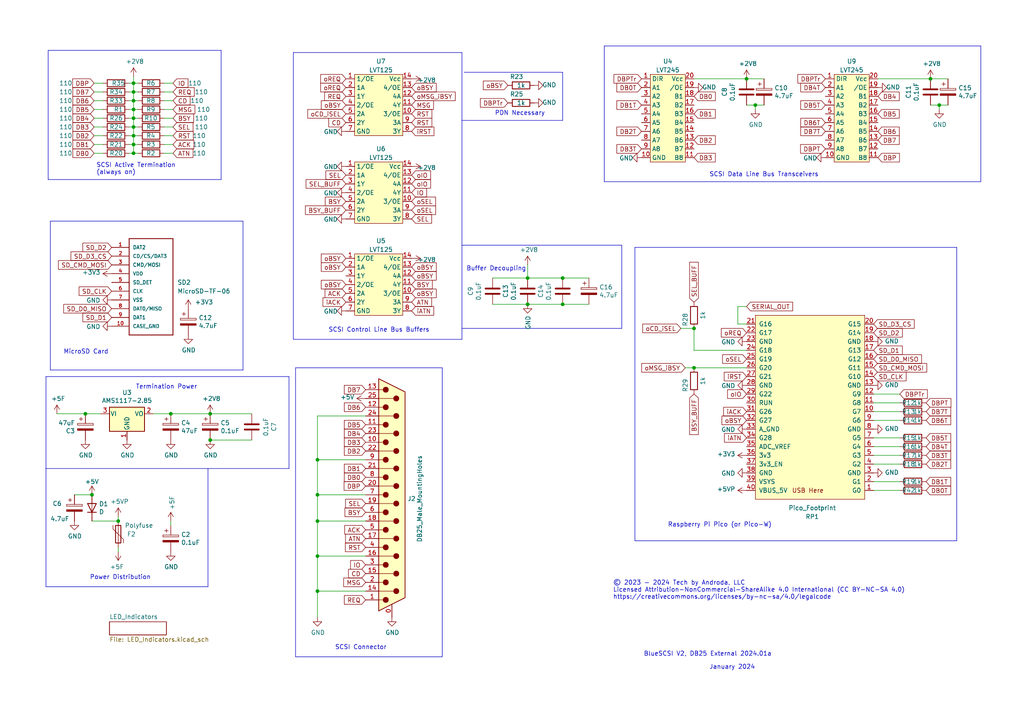
<source format=kicad_sch>
(kicad_sch (version 20230121) (generator eeschema)
  (paper "A4")
  (junction (at 26.67 143.51))
  (junction (at 38.735 41.91))
  (junction (at 38.735 26.67))
  (junction (at 38.735 39.37))
  (junction (at 219.075 30.48))
  (junction (at 153.035 88.265))
  (junction (at 38.735 34.29))
  (junction (at 60.96 127.635))
  (junction (at 34.29 151.13))
  (junction (at 24.765 120.015))
  (junction (at 38.735 44.45))
  (junction (at 92.075 161.29))
  (junction (at 153.035 80.645))
  (junction (at 92.075 171.45))
  (junction (at 201.295 95.25))
  (junction (at 38.735 24.13))
  (junction (at 92.075 133.35))
  (junction (at 216.535 22.86))
  (junction (at 60.96 120.015))
  (junction (at 269.875 22.86))
  (junction (at 49.53 120.015))
  (junction (at 163.195 80.645))
  (junction (at 201.295 106.68))
  (junction (at 38.735 36.83))
  (junction (at 272.415 30.48))
  (junction (at 38.735 31.75))
  (junction (at 92.075 151.13))
  (junction (at 38.735 29.21))
  (junction (at 163.195 88.265))
  (junction (at 92.075 143.51))
  (polyline (pts (xy 70.485 107.315) (xy 70.485 64.135)))
  (wire (pts (xy 198.755 106.68) (xy 201.295 106.68)))
  (wire (pts (xy 216.535 22.86) (xy 201.295 22.86)))
  (wire (pts (xy 106.045 171.45) (xy 92.075 171.45)))
  (wire (pts (xy 38.735 29.21) (xy 38.735 31.75)))
  (wire (pts (xy 163.195 80.645) (xy 170.815 80.645)))
  (wire (pts (xy 92.075 133.35) (xy 92.075 143.51)))
  (wire (pts (xy 272.415 30.48) (xy 272.415 31.75)))
  (wire (pts (xy 37.465 41.91) (xy 38.735 41.91)))
  (wire (pts (xy 38.735 34.29) (xy 40.005 34.29)))
  (wire (pts (xy 38.735 44.45) (xy 40.005 44.45)))
  (wire (pts (xy 92.075 151.13) (xy 92.075 161.29)))
  (wire (pts (xy 47.625 36.83) (xy 50.165 36.83)))
  (wire (pts (xy 269.875 30.48) (xy 272.415 30.48)))
  (wire (pts (xy 216.535 30.48) (xy 219.075 30.48)))
  (polyline (pts (xy 184.15 71.755) (xy 277.495 71.755)))
  (wire (pts (xy 153.035 88.265) (xy 163.195 88.265)))
  (wire (pts (xy 142.875 80.645) (xy 153.035 80.645)))
  (wire (pts (xy 37.465 44.45) (xy 38.735 44.45)))
  (wire (pts (xy 92.075 143.51) (xy 92.075 151.13)))
  (wire (pts (xy 47.625 29.21) (xy 50.165 29.21)))
  (wire (pts (xy 38.735 29.21) (xy 40.005 29.21)))
  (wire (pts (xy 253.365 129.54) (xy 260.985 129.54)))
  (wire (pts (xy 253.365 139.7) (xy 260.985 139.7)))
  (wire (pts (xy 38.735 22.225) (xy 38.735 24.13)))
  (wire (pts (xy 253.365 121.92) (xy 260.985 121.92)))
  (polyline (pts (xy 175.26 13.335) (xy 175.26 52.705)))
  (wire (pts (xy 38.735 31.75) (xy 37.465 31.75)))
  (wire (pts (xy 37.465 39.37) (xy 38.735 39.37)))
  (polyline (pts (xy 128.27 190.5) (xy 85.725 190.5)))
  (wire (pts (xy 37.465 26.67) (xy 38.735 26.67)))
  (wire (pts (xy 38.735 31.75) (xy 38.735 34.29)))
  (wire (pts (xy 92.075 171.45) (xy 92.075 179.07)))
  (wire (pts (xy 38.735 31.75) (xy 40.005 31.75)))
  (polyline (pts (xy 13.335 109.22) (xy 83.82 109.22)))
  (polyline (pts (xy 64.135 52.07) (xy 64.135 14.605)))
  (wire (pts (xy 29.845 41.91) (xy 27.305 41.91)))
  (wire (pts (xy 27.305 34.29) (xy 29.845 34.29)))
  (wire (pts (xy 253.365 132.08) (xy 260.985 132.08)))
  (polyline (pts (xy 133.985 98.425) (xy 85.09 98.425)))
  (polyline (pts (xy 13.335 135.89) (xy 13.335 170.18)))
  (wire (pts (xy 38.735 24.13) (xy 40.005 24.13)))
  (polyline (pts (xy 175.26 13.335) (xy 284.48 13.335)))
  (wire (pts (xy 216.535 101.6) (xy 201.295 101.6)))
  (wire (pts (xy 60.96 127.635) (xy 73.025 127.635)))
  (wire (pts (xy 216.535 22.86) (xy 221.615 22.86)))
  (wire (pts (xy 38.735 39.37) (xy 38.735 41.91)))
  (wire (pts (xy 197.485 95.25) (xy 201.295 95.25)))
  (wire (pts (xy 29.845 26.67) (xy 27.305 26.67)))
  (wire (pts (xy 106.045 161.29) (xy 92.075 161.29)))
  (wire (pts (xy 37.465 36.83) (xy 38.735 36.83)))
  (polyline (pts (xy 184.15 156.845) (xy 277.495 156.845)))
  (wire (pts (xy 60.96 120.015) (xy 73.025 120.015)))
  (wire (pts (xy 219.075 30.48) (xy 219.075 31.75)))
  (wire (pts (xy 216.535 88.9) (xy 213.995 88.9)))
  (wire (pts (xy 201.295 101.6) (xy 201.295 95.25)))
  (wire (pts (xy 49.53 151.13) (xy 49.53 152.4)))
  (wire (pts (xy 50.165 24.13) (xy 47.625 24.13)))
  (wire (pts (xy 47.625 39.37) (xy 50.165 39.37)))
  (wire (pts (xy 34.29 158.75) (xy 34.29 160.02)))
  (polyline (pts (xy 83.82 135.89) (xy 83.82 109.22)))
  (wire (pts (xy 27.305 44.45) (xy 29.845 44.45)))
  (wire (pts (xy 201.295 106.68) (xy 216.535 106.68)))
  (wire (pts (xy 38.735 24.13) (xy 38.735 26.67)))
  (wire (pts (xy 38.735 26.67) (xy 38.735 29.21)))
  (polyline (pts (xy 85.09 15.24) (xy 85.09 98.425)))
  (polyline (pts (xy 133.985 15.24) (xy 133.985 98.425)))
  (wire (pts (xy 106.045 120.65) (xy 92.075 120.65)))
  (polyline (pts (xy 134.62 20.955) (xy 163.195 20.955)))
  (wire (pts (xy 38.735 26.67) (xy 40.005 26.67)))
  (polyline (pts (xy 13.97 52.07) (xy 64.135 52.07)))
  (polyline (pts (xy 85.725 106.68) (xy 128.27 106.68)))
  (polyline (pts (xy 163.195 34.925) (xy 163.195 20.955)))
  (wire (pts (xy 106.045 151.13) (xy 92.075 151.13)))
  (wire (pts (xy 213.995 88.9) (xy 213.995 93.98)))
  (polyline (pts (xy 133.985 34.925) (xy 163.195 34.925)))
  (wire (pts (xy 37.465 24.13) (xy 38.735 24.13)))
  (polyline (pts (xy 85.725 106.68) (xy 85.725 190.5)))
  (wire (pts (xy 106.045 143.51) (xy 92.075 143.51)))
  (wire (pts (xy 49.53 120.015) (xy 60.96 120.015)))
  (polyline (pts (xy 277.495 156.845) (xy 277.495 71.755)))
  (wire (pts (xy 50.165 31.75) (xy 47.625 31.75)))
  (wire (pts (xy 27.305 36.83) (xy 29.845 36.83)))
  (wire (pts (xy 153.035 80.645) (xy 163.195 80.645)))
  (wire (pts (xy 34.29 149.86) (xy 34.29 151.13)))
  (wire (pts (xy 106.045 133.35) (xy 92.075 133.35)))
  (wire (pts (xy 253.365 127) (xy 260.985 127)))
  (wire (pts (xy 37.465 29.21) (xy 38.735 29.21)))
  (wire (pts (xy 26.67 151.13) (xy 34.29 151.13)))
  (polyline (pts (xy 284.48 52.705) (xy 284.48 13.335)))
  (wire (pts (xy 219.075 30.48) (xy 221.615 30.48)))
  (polyline (pts (xy 184.15 71.755) (xy 184.15 156.845)))
  (polyline (pts (xy 13.97 14.605) (xy 13.97 52.07)))
  (polyline (pts (xy 175.26 52.705) (xy 284.48 52.705)))
  (wire (pts (xy 38.735 39.37) (xy 40.005 39.37)))
  (wire (pts (xy 44.45 120.015) (xy 49.53 120.015)))
  (wire (pts (xy 153.035 76.835) (xy 153.035 80.645)))
  (wire (pts (xy 38.735 41.91) (xy 40.005 41.91)))
  (polyline (pts (xy 13.335 109.22) (xy 13.335 135.89)))
  (polyline (pts (xy 13.335 170.18) (xy 60.325 170.18)))
  (wire (pts (xy 253.365 134.62) (xy 260.985 134.62)))
  (polyline (pts (xy 13.97 14.605) (xy 64.135 14.605)))
  (polyline (pts (xy 13.335 135.89) (xy 83.82 135.89)))
  (wire (pts (xy 92.075 161.29) (xy 92.075 171.45)))
  (polyline (pts (xy 60.325 135.89) (xy 60.325 170.18)))
  (wire (pts (xy 92.075 120.65) (xy 92.075 133.35)))
  (wire (pts (xy 29.845 31.75) (xy 27.305 31.75)))
  (wire (pts (xy 50.165 34.29) (xy 47.625 34.29)))
  (wire (pts (xy 24.765 120.015) (xy 29.21 120.015)))
  (wire (pts (xy 47.625 26.67) (xy 50.165 26.67)))
  (wire (pts (xy 253.365 114.3) (xy 260.985 114.3)))
  (wire (pts (xy 29.845 39.37) (xy 27.305 39.37)))
  (wire (pts (xy 38.735 36.83) (xy 38.735 39.37)))
  (wire (pts (xy 253.365 119.38) (xy 260.985 119.38)))
  (wire (pts (xy 253.365 142.24) (xy 260.985 142.24)))
  (wire (pts (xy 29.845 24.13) (xy 27.305 24.13)))
  (wire (pts (xy 163.195 88.265) (xy 170.815 88.265)))
  (wire (pts (xy 38.735 36.83) (xy 40.005 36.83)))
  (wire (pts (xy 38.735 41.91) (xy 38.735 44.45)))
  (wire (pts (xy 47.625 44.45) (xy 50.165 44.45)))
  (wire (pts (xy 50.165 41.91) (xy 47.625 41.91)))
  (wire (pts (xy 213.995 93.98) (xy 216.535 93.98)))
  (wire (pts (xy 253.365 116.84) (xy 260.985 116.84)))
  (polyline (pts (xy 85.09 15.24) (xy 133.985 15.24)))
  (wire (pts (xy 272.415 30.48) (xy 274.955 30.48)))
  (polyline (pts (xy 14.605 64.135) (xy 70.485 64.135)))
  (wire (pts (xy 269.875 22.86) (xy 274.955 22.86)))
  (wire (pts (xy 37.465 34.29) (xy 38.735 34.29)))
  (wire (pts (xy 16.51 120.015) (xy 24.765 120.015)))
  (polyline (pts (xy 128.27 106.68) (xy 128.27 190.5)))
  (polyline (pts (xy 133.985 95.25) (xy 180.34 95.25)))
  (wire (pts (xy 142.875 88.265) (xy 153.035 88.265)))
  (polyline (pts (xy 133.985 71.12) (xy 180.34 71.12)))
  (wire (pts (xy 27.305 29.21) (xy 29.845 29.21)))
  (polyline (pts (xy 14.605 107.315) (xy 70.485 107.315)))
  (wire (pts (xy 38.735 34.29) (xy 38.735 36.83)))
  (wire (pts (xy 21.59 143.51) (xy 26.67 143.51)))
  (polyline (pts (xy 180.34 95.25) (xy 180.34 71.12)))
  (polyline (pts (xy 14.605 64.135) (xy 14.605 107.315)))
  (wire (pts (xy 269.875 22.86) (xy 254.635 22.86)))
  (text "Termination Power" (at 39.37 113.03 0) (effects (font (size 1.27 1.27)) (justify left bottom)))
  (text "Raspberry Pi Pico (or Pico-W)" (at 193.675 153.035 0) (effects (font (size 1.27 1.27)) (justify left bottom)))
  (text "January 2024" (at 205.74 194.31 0) (effects (font (size 1.27 1.27)) (justify left bottom)))
  (text "© 2023 - 2024 Tech by Androda, LLC\nLicensed Attribution-NonCommercial-ShareAlike 4.0 International (CC BY-NC-SA 4.0)\nhttps://creativecommons.org/licenses/by-nc-sa/4.0/legalcode" (at 177.8 173.99 0) (effects (font (size 1.27 1.27)) (justify left bottom)))
  (text "MicroSD Card" (at 18.415 102.87 0) (effects (font (size 1.27 1.27)) (justify left bottom)))
  (text "Power Distribution" (at 26.035 168.275 0) (effects (font (size 1.27 1.27)) (justify left bottom)))
  (text "SCSI Connector" (at 97.155 188.595 0) (effects (font (size 1.27 1.27)) (justify left bottom)))
  (text "SCSI Data Line Bus Transceivers" (at 205.74 51.435 0) (effects (font (size 1.27 1.27)) (justify left bottom)))
  (text "SCSI Control Line Bus Buffers" (at 95.25 96.52 0) (effects (font (size 1.27 1.27)) (justify left bottom)))
  (text "PDN Necessary" (at 143.51 33.655 0) (effects (font (size 1.27 1.27)) (justify left bottom)))
  (text "BlueSCSI V2, DB25 External 2024.01a" (at 186.69 190.5 0) (effects (font (size 1.27 1.27)) (justify left bottom)))
  (text "SCSI Active Termination\n(always on)" (at 27.94 50.8 0) (effects (font (size 1.27 1.27)) (justify left bottom)))
  (text "Buffer Decoupling" (at 135.255 78.74 0) (effects (font (size 1.27 1.27)) (justify left bottom)))
  (global_label "RST" (shape input) (at 50.165 39.37 0) (property "Intersheetrefs" "${INTERSHEET_REFS}" (effects hide)))
  (global_label "MSG" (shape input) (at 119.38 30.48 0) (property "Intersheetrefs" "${INTERSHEET_REFS}" (effects hide)))
  (global_label "DB2" (shape input) (at 106.045 130.81 180) (property "Intersheetrefs" "${INTERSHEET_REFS}" (effects hide)))
  (global_label "SEL" (shape input) (at 50.165 36.83 0) (property "Intersheetrefs" "${INTERSHEET_REFS}" (effects hide)))
  (global_label "SD_D1" (shape input) (at 32.385 92.075 180) (property "Intersheetrefs" "${INTERSHEET_REFS}" (effects hide)))
  (global_label "oBSY" (shape input) (at 119.38 25.4 0) (property "Intersheetrefs" "${INTERSHEET_REFS}" (effects hide)))
  (global_label "DB1" (shape input) (at 27.305 41.91 180) (property "Intersheetrefs" "${INTERSHEET_REFS}" (effects hide)))
  (global_label "SD_CLK" (shape input) (at 32.385 84.455 180) (property "Intersheetrefs" "${INTERSHEET_REFS}" (effects hide)))
  (global_label "ATN" (shape input) (at 106.045 156.21 180) (property "Intersheetrefs" "${INTERSHEET_REFS}" (effects hide)))
  (global_label "DB1" (shape input) (at 106.045 135.89 180) (property "Intersheetrefs" "${INTERSHEET_REFS}" (effects hide)))
  (global_label "oIO" (shape input) (at 119.38 50.8 0) (property "Intersheetrefs" "${INTERSHEET_REFS}" (effects hide)))
  (global_label "DB1" (shape input) (at 201.295 33.02 0) (property "Intersheetrefs" "${INTERSHEET_REFS}" (effects hide)))
  (global_label "DB1T" (shape input) (at 268.605 139.7 0) (property "Intersheetrefs" "${INTERSHEET_REFS}" (effects hide)))
  (global_label "DB2T" (shape input) (at 186.055 38.1 180) (property "Intersheetrefs" "${INTERSHEET_REFS}" (effects hide)))
  (global_label "oIO" (shape input) (at 119.38 53.34 0) (property "Intersheetrefs" "${INTERSHEET_REFS}" (effects hide)))
  (global_label "DBP" (shape input) (at 106.045 140.97 180) (property "Intersheetrefs" "${INTERSHEET_REFS}" (effects hide)))
  (global_label "REQ" (shape input) (at 100.33 27.94 180) (property "Intersheetrefs" "${INTERSHEET_REFS}" (effects hide)))
  (global_label "oIO" (shape input) (at 216.535 114.3 180) (property "Intersheetrefs" "${INTERSHEET_REFS}" (effects hide)))
  (global_label "RST" (shape input) (at 106.045 158.75 180) (property "Intersheetrefs" "${INTERSHEET_REFS}" (effects hide)))
  (global_label "DB7T" (shape input) (at 239.395 38.1 180) (property "Intersheetrefs" "${INTERSHEET_REFS}" (effects hide)))
  (global_label "oBSY" (shape input) (at 119.38 80.01 0) (property "Intersheetrefs" "${INTERSHEET_REFS}" (effects hide)))
  (global_label "DBPTr" (shape input) (at 147.32 29.845 180) (property "Intersheetrefs" "${INTERSHEET_REFS}" (effects hide)))
  (global_label "DB0" (shape input) (at 106.045 138.43 180) (property "Intersheetrefs" "${INTERSHEET_REFS}" (effects hide)))
  (global_label "SEL_BUFF" (shape input) (at 201.295 87.63 90) (property "Intersheetrefs" "${INTERSHEET_REFS}" (effects hide)))
  (global_label "oMSG_iBSY" (shape input) (at 119.38 27.94 0) (property "Intersheetrefs" "${INTERSHEET_REFS}" (effects hide)))
  (global_label "BSY" (shape input) (at 119.38 82.55 0) (property "Intersheetrefs" "${INTERSHEET_REFS}" (effects hide)))
  (global_label "SEL" (shape input) (at 106.045 146.05 180) (property "Intersheetrefs" "${INTERSHEET_REFS}" (effects hide)))
  (global_label "oCD_iSEL" (shape input) (at 100.33 33.02 180) (property "Intersheetrefs" "${INTERSHEET_REFS}" (effects hide)))
  (global_label "ACK" (shape input) (at 100.33 85.09 180) (property "Intersheetrefs" "${INTERSHEET_REFS}" (effects hide)))
  (global_label "DB0" (shape input) (at 27.305 44.45 180) (property "Intersheetrefs" "${INTERSHEET_REFS}" (effects hide)))
  (global_label "oREQ" (shape input) (at 100.33 22.86 180) (property "Intersheetrefs" "${INTERSHEET_REFS}" (effects hide)))
  (global_label "DB6" (shape input) (at 106.045 118.11 180) (property "Intersheetrefs" "${INTERSHEET_REFS}" (effects hide)))
  (global_label "iRST" (shape input) (at 119.38 38.1 0) (property "Intersheetrefs" "${INTERSHEET_REFS}" (effects hide)))
  (global_label "DB3" (shape input) (at 27.305 36.83 180) (property "Intersheetrefs" "${INTERSHEET_REFS}" (effects hide)))
  (global_label "REQ" (shape input) (at 106.045 173.99 180) (property "Intersheetrefs" "${INTERSHEET_REFS}" (effects hide)))
  (global_label "SEL" (shape input) (at 119.38 63.5 0) (property "Intersheetrefs" "${INTERSHEET_REFS}" (effects hide)))
  (global_label "DB4" (shape input) (at 254.635 27.94 0) (property "Intersheetrefs" "${INTERSHEET_REFS}" (effects hide)))
  (global_label "DBP" (shape input) (at 27.305 24.13 180) (property "Intersheetrefs" "${INTERSHEET_REFS}" (effects hide)))
  (global_label "RST" (shape input) (at 119.38 35.56 0) (property "Intersheetrefs" "${INTERSHEET_REFS}" (effects hide)))
  (global_label "oBSY" (shape input) (at 100.33 82.55 180) (property "Intersheetrefs" "${INTERSHEET_REFS}" (effects hide)))
  (global_label "oBSY" (shape input) (at 100.33 74.93 180) (property "Intersheetrefs" "${INTERSHEET_REFS}" (effects hide)))
  (global_label "DBPTr" (shape input) (at 186.055 22.86 180) (property "Intersheetrefs" "${INTERSHEET_REFS}" (effects hide)))
  (global_label "oBSY" (shape input) (at 119.38 77.47 0) (property "Intersheetrefs" "${INTERSHEET_REFS}" (effects hide)))
  (global_label "oBSY" (shape input) (at 100.33 77.47 180) (property "Intersheetrefs" "${INTERSHEET_REFS}" (effects hide)))
  (global_label "IO" (shape input) (at 50.165 24.13 0) (property "Intersheetrefs" "${INTERSHEET_REFS}" (effects hide)))
  (global_label "DB7T" (shape input) (at 268.605 119.38 0) (property "Intersheetrefs" "${INTERSHEET_REFS}" (effects hide)))
  (global_label "SERIAL_OUT" (shape input) (at 216.535 88.9 0) (property "Intersheetrefs" "${INTERSHEET_REFS}" (effects hide)))
  (global_label "RST" (shape input) (at 119.38 33.02 0) (property "Intersheetrefs" "${INTERSHEET_REFS}" (effects hide)))
  (global_label "MSG" (shape input) (at 50.165 31.75 0) (property "Intersheetrefs" "${INTERSHEET_REFS}" (effects hide)))
  (global_label "DB7" (shape input) (at 27.305 26.67 180) (property "Intersheetrefs" "${INTERSHEET_REFS}" (effects hide)))
  (global_label "SD_D0_MISO" (shape input) (at 253.365 104.14 0) (property "Intersheetrefs" "${INTERSHEET_REFS}" (effects hide)))
  (global_label "DB5T" (shape input) (at 239.395 30.48 180) (property "Intersheetrefs" "${INTERSHEET_REFS}" (effects hide)))
  (global_label "DB5" (shape input) (at 254.635 33.02 0) (property "Intersheetrefs" "${INTERSHEET_REFS}" (effects hide)))
  (global_label "oREQ" (shape input) (at 100.33 25.4 180) (property "Intersheetrefs" "${INTERSHEET_REFS}" (effects hide)))
  (global_label "DB2" (shape input) (at 201.295 40.64 0) (property "Intersheetrefs" "${INTERSHEET_REFS}" (effects hide)))
  (global_label "DB5" (shape input) (at 27.305 31.75 180) (property "Intersheetrefs" "${INTERSHEET_REFS}" (effects hide)))
  (global_label "SD_D3_CS" (shape input) (at 253.365 93.98 0) (property "Intersheetrefs" "${INTERSHEET_REFS}" (effects hide)))
  (global_label "oMSG_iBSY" (shape input) (at 198.755 106.68 180) (property "Intersheetrefs" "${INTERSHEET_REFS}" (effects hide)))
  (global_label "BSY" (shape input) (at 100.33 58.42 180) (property "Intersheetrefs" "${INTERSHEET_REFS}" (effects hide)))
  (global_label "SD_CMD_MOSI" (shape input) (at 32.385 76.835 180) (property "Intersheetrefs" "${INTERSHEET_REFS}" (effects hide)))
  (global_label "DB3" (shape input) (at 201.295 45.72 0) (property "Intersheetrefs" "${INTERSHEET_REFS}" (effects hide)))
  (global_label "DB0T" (shape input) (at 186.055 25.4 180) (property "Intersheetrefs" "${INTERSHEET_REFS}" (effects hide)))
  (global_label "DBPTr" (shape input) (at 260.985 114.3 0) (property "Intersheetrefs" "${INTERSHEET_REFS}" (effects hide)))
  (global_label "BSY" (shape input) (at 50.165 34.29 0) (property "Intersheetrefs" "${INTERSHEET_REFS}" (effects hide)))
  (global_label "SD_CMD_MOSI" (shape input) (at 253.365 106.68 0) (property "Intersheetrefs" "${INTERSHEET_REFS}" (effects hide)))
  (global_label "iRST" (shape input) (at 216.535 109.22 180) (property "Intersheetrefs" "${INTERSHEET_REFS}" (effects hide)))
  (global_label "SEL_BUFF" (shape input) (at 100.33 53.34 180) (property "Intersheetrefs" "${INTERSHEET_REFS}" (effects hide)))
  (global_label "oSEL" (shape input) (at 119.38 60.96 0) (property "Intersheetrefs" "${INTERSHEET_REFS}" (effects hide)))
  (global_label "DB6T" (shape input) (at 268.605 121.92 0) (property "Intersheetrefs" "${INTERSHEET_REFS}" (effects hide)))
  (global_label "DB6T" (shape input) (at 239.395 35.56 180) (property "Intersheetrefs" "${INTERSHEET_REFS}" (effects hide)))
  (global_label "iACK" (shape input) (at 100.33 87.63 180) (property "Intersheetrefs" "${INTERSHEET_REFS}" (effects hide)))
  (global_label "iATN" (shape input) (at 216.535 127 180) (property "Intersheetrefs" "${INTERSHEET_REFS}" (effects hide)))
  (global_label "CD" (shape input) (at 100.33 35.56 180) (property "Intersheetrefs" "${INTERSHEET_REFS}" (effects hide)))
  (global_label "SD_D1" (shape input) (at 253.365 101.6 0) (property "Intersheetrefs" "${INTERSHEET_REFS}" (effects hide)))
  (global_label "oSEL" (shape input) (at 216.535 104.14 180) (property "Intersheetrefs" "${INTERSHEET_REFS}" (effects hide)))
  (global_label "CD" (shape input) (at 50.165 29.21 0) (property "Intersheetrefs" "${INTERSHEET_REFS}" (effects hide)))
  (global_label "ACK" (shape input) (at 50.165 41.91 0) (property "Intersheetrefs" "${INTERSHEET_REFS}" (effects hide)))
  (global_label "DB4" (shape input) (at 27.305 34.29 180) (property "Intersheetrefs" "${INTERSHEET_REFS}" (effects hide)))
  (global_label "DB5T" (shape input) (at 268.605 127 0) (property "Intersheetrefs" "${INTERSHEET_REFS}" (effects hide)))
  (global_label "SD_D0_MISO" (shape input) (at 32.385 89.535 180) (property "Intersheetrefs" "${INTERSHEET_REFS}" (effects hide)))
  (global_label "DBPT" (shape input) (at 239.395 43.18 180) (property "Intersheetrefs" "${INTERSHEET_REFS}" (effects hide)))
  (global_label "SD_D2" (shape input) (at 253.365 96.52 0) (property "Intersheetrefs" "${INTERSHEET_REFS}" (effects hide)))
  (global_label "SD_CLK" (shape input) (at 253.365 109.22 0) (property "Intersheetrefs" "${INTERSHEET_REFS}" (effects hide)))
  (global_label "DB2T" (shape input) (at 268.605 134.62 0) (property "Intersheetrefs" "${INTERSHEET_REFS}" (effects hide)))
  (global_label "oCD_iSEL" (shape input) (at 197.485 95.25 180) (property "Intersheetrefs" "${INTERSHEET_REFS}" (effects hide)))
  (global_label "REQ" (shape input) (at 50.165 26.67 0) (property "Intersheetrefs" "${INTERSHEET_REFS}" (effects hide)))
  (global_label "SD_D3_CS" (shape input) (at 32.385 74.295 180) (property "Intersheetrefs" "${INTERSHEET_REFS}" (effects hide)))
  (global_label "CD" (shape input) (at 106.045 166.37 180) (property "Intersheetrefs" "${INTERSHEET_REFS}" (effects hide)))
  (global_label "DB5" (shape input) (at 106.045 123.19 180) (property "Intersheetrefs" "${INTERSHEET_REFS}" (effects hide)))
  (global_label "DB4" (shape input) (at 106.045 125.73 180) (property "Intersheetrefs" "${INTERSHEET_REFS}" (effects hide)))
  (global_label "oBSY" (shape input) (at 216.535 121.92 180) (property "Intersheetrefs" "${INTERSHEET_REFS}" (effects hide)))
  (global_label "DB0" (shape input) (at 201.295 27.94 0) (property "Intersheetrefs" "${INTERSHEET_REFS}" (effects hide)))
  (global_label "BSY_BUFF" (shape input) (at 100.33 60.96 180) (property "Intersheetrefs" "${INTERSHEET_REFS}" (effects hide)))
  (global_label "oBSY" (shape input) (at 119.38 85.09 0) (property "Intersheetrefs" "${INTERSHEET_REFS}" (effects hide)))
  (global_label "DB3T" (shape input) (at 268.605 132.08 0) (property "Intersheetrefs" "${INTERSHEET_REFS}" (effects hide)))
  (global_label "DB1T" (shape input) (at 186.055 30.48 180) (property "Intersheetrefs" "${INTERSHEET_REFS}" (effects hide)))
  (global_label "oBSY" (shape input) (at 147.32 24.765 180) (property "Intersheetrefs" "${INTERSHEET_REFS}" (effects hide)))
  (global_label "DB6" (shape input) (at 254.635 38.1 0) (property "Intersheetrefs" "${INTERSHEET_REFS}" (effects hide)))
  (global_label "SEL" (shape input) (at 100.33 50.8 180) (property "Intersheetrefs" "${INTERSHEET_REFS}" (effects hide)))
  (global_label "iATN" (shape input) (at 119.38 90.17 0) (property "Intersheetrefs" "${INTERSHEET_REFS}" (effects hide)))
  (global_label "DBPT" (shape input) (at 268.605 116.84 0) (property "Intersheetrefs" "${INTERSHEET_REFS}" (effects hide)))
  (global_label "oREQ" (shape input) (at 216.535 96.52 180) (property "Intersheetrefs" "${INTERSHEET_REFS}" (effects hide)))
  (global_label "DB6" (shape input) (at 27.305 29.21 180) (property "Intersheetrefs" "${INTERSHEET_REFS}" (effects hide)))
  (global_label "DB4T" (shape input) (at 268.605 129.54 0) (property "Intersheetrefs" "${INTERSHEET_REFS}" (effects hide)))
  (global_label "BSY_BUFF" (shape input) (at 201.295 114.3 270) (property "Intersheetrefs" "${INTERSHEET_REFS}" (effects hide)))
  (global_label "DB3" (shape input) (at 106.045 128.27 180) (property "Intersheetrefs" "${INTERSHEET_REFS}" (effects hide)))
  (global_label "DB3T" (shape input) (at 186.055 43.18 180) (property "Intersheetrefs" "${INTERSHEET_REFS}" (effects hide)))
  (global_label "MSG" (shape input) (at 106.045 168.91 180) (property "Intersheetrefs" "${INTERSHEET_REFS}" (effects hide)))
  (global_label "oBSY" (shape input) (at 100.33 30.48 180) (property "Intersheetrefs" "${INTERSHEET_REFS}" (effects hide)))
  (global_label "DB2" (shape input) (at 27.305 39.37 180) (property "Intersheetrefs" "${INTERSHEET_REFS}" (effects hide)))
  (global_label "DB7" (shape input) (at 106.045 113.03 180) (property "Intersheetrefs" "${INTERSHEET_REFS}" (effects hide)))
  (global_label "DB7" (shape input) (at 254.635 40.64 0) (property "Intersheetrefs" "${INTERSHEET_REFS}" (effects hide)))
  (global_label "SD_D2" (shape input) (at 32.385 71.755 180) (property "Intersheetrefs" "${INTERSHEET_REFS}" (effects hide)))
  (global_label "BSY" (shape input) (at 106.045 148.59 180) (property "Intersheetrefs" "${INTERSHEET_REFS}" (effects hide)))
  (global_label "DBPTr" (shape input) (at 239.395 22.86 180) (property "Intersheetrefs" "${INTERSHEET_REFS}" (effects hide)))
  (global_label "DB4T" (shape input) (at 239.395 25.4 180) (property "Intersheetrefs" "${INTERSHEET_REFS}" (effects hide)))
  (global_label "IO" (shape input) (at 106.045 163.83 180) (property "Intersheetrefs" "${INTERSHEET_REFS}" (effects hide)))
  (global_label "ACK" (shape input) (at 106.045 153.67 180) (property "Intersheetrefs" "${INTERSHEET_REFS}" (effects hide)))
  (global_label "iACK" (shape input) (at 216.535 119.38 180) (property "Intersheetrefs" "${INTERSHEET_REFS}" (effects hide)))
  (global_label "oSEL" (shape input) (at 119.38 58.42 0) (property "Intersheetrefs" "${INTERSHEET_REFS}" (effects hide)))
  (global_label "IO" (shape input) (at 119.38 55.88 0) (property "Intersheetrefs" "${INTERSHEET_REFS}" (effects hide)))
  (global_label "DB0T" (shape input) (at 268.605 142.24 0) (property "Intersheetrefs" "${INTERSHEET_REFS}" (effects hide)))
  (global_label "ATN" (shape input) (at 119.38 87.63 0) (property "Intersheetrefs" "${INTERSHEET_REFS}" (effects hide)))
  (global_label "DBP" (shape input) (at 254.635 45.72 0) (property "Intersheetrefs" "${INTERSHEET_REFS}" (effects hide)))
  (global_label "ATN" (shape input) (at 50.165 44.45 0) (property "Intersheetrefs" "${INTERSHEET_REFS}" (effects hide)))
  (symbol (lib_id "Regulator_Linear:AMS1117CD-2.85") (at 36.83 120.015 0) (unit 1)
    (property "Reference" "U3" (at 36.83 113.8682 0))
    (property "Value" "AMS1117-2.85" (at 36.83 116.1796 0))
    (property "Footprint" "Package_TO_SOT_SMD:SOT-223-3_TabPin2" (effects hide))
    (property "Datasheet" "http://www.advanced-monolithic.com/pdf/ds1117.pdf" (effects hide))
  )
  (symbol (lib_id "power:GND") (at 36.83 127.635 0) (unit 1)
    (property "Reference" "#PWR012" (effects hide))
    (property "Value" "GND" (at 36.957 132.0292 0))
  )
  (symbol (lib_id "power:+2V8") (at 60.96 120.015 0) (unit 1)
    (property "Reference" "#PWR015" (effects hide))
    (property "Value" "+2V8" (at 61.341 115.6208 0))
  )
  (symbol (lib_id "Device:CP") (at 49.53 123.825 0) (unit 1)
    (property "Reference" "C4" (at 52.5272 122.6566 0) (effects (justify left)))
    (property "Value" "47uF" (at 52.5272 124.968 0) (effects (justify left)))
    (property "Footprint" "Capacitor_SMD:C_1206_3216Metric_Pad1.42x1.75mm_HandSolder" (effects hide))
  )
  (symbol (lib_id "Device:CP") (at 24.765 123.825 0) (unit 1)
    (property "Reference" "C3" (at 21.7678 124.9934 0) (effects (justify right)))
    (property "Value" "47uF" (at 21.7678 122.682 0) (effects (justify right)))
    (property "Footprint" "Capacitor_SMD:C_1206_3216Metric_Pad1.42x1.75mm_HandSolder" (effects hide))
  )
  (symbol (lib_id "power:GND") (at 24.765 127.635 0) (unit 1)
    (property "Reference" "#PWR07" (effects hide))
    (property "Value" "GND" (at 24.892 132.0292 0))
  )
  (symbol (lib_id "power:GND") (at 49.53 127.635 0) (unit 1)
    (property "Reference" "#PWR013" (effects hide))
    (property "Value" "GND" (at 49.657 132.0292 0))
  )
  (symbol (lib_id "custom_symbols:+5V_TPWR") (at 26.67 143.51 0) (unit 1)
    (property "Reference" "#PWR019" (effects hide))
    (property "Value" "+5V_TPWR" (at 26.67 139.7 0))
  )
  (symbol (lib_id "power:+3V3") (at 216.535 132.08 90) (unit 1)
    (property "Reference" "#PWR047" (effects hide))
    (property "Value" "+3V3" (at 213.2838 131.699 90) (effects (justify left)))
  )
  (symbol (lib_id "power:+5VP") (at 216.535 142.24 90) (unit 1)
    (property "Reference" "#PWR036" (effects hide))
    (property "Value" "+5VP" (at 213.2838 141.859 90) (effects (justify left)))
  )
  (symbol (lib_id "power:+5F") (at 16.51 120.015 0) (unit 1)
    (property "Reference" "#PWR06" (effects hide))
    (property "Value" "+5F" (at 16.891 115.6208 0))
  )
  (symbol (lib_id "power:+5F") (at 34.29 160.02 180) (unit 1)
    (property "Reference" "#PWR027" (effects hide))
    (property "Value" "+5F" (at 33.909 164.4142 0))
  )
  (symbol (lib_id "power:+5VP") (at 34.29 149.86 0) (unit 1)
    (property "Reference" "#PWR025" (effects hide))
    (property "Value" "+5VP" (at 34.671 145.4658 0))
  )
  (symbol (lib_id "custom_symbols:BlackSCSI") (at 235.585 146.05 180) (unit 1)
    (property "Reference" "RP1" (at 235.585 149.86 0))
    (property "Value" "Pico_Footprint" (at 235.585 147.32 0))
    (property "Footprint" "CustomFootprints:BluePillModule" (effects hide))
  )
  (symbol (lib_id "power:GND") (at 216.535 124.46 270) (unit 1)
    (property "Reference" "#PWR037" (effects hide))
    (property "Value" "GND" (at 213.2838 124.587 90) (effects (justify right)))
  )
  (symbol (lib_id "power:GND") (at 60.96 127.635 0) (unit 1)
    (property "Reference" "#PWR016" (effects hide))
    (property "Value" "GND" (at 61.087 132.0292 0))
  )
  (symbol (lib_id "Device:CP") (at 60.96 123.825 0) (unit 1)
    (property "Reference" "C5" (at 63.9572 122.6566 0) (effects (justify left)))
    (property "Value" "0.1uF" (at 63.9572 124.968 0) (effects (justify left)))
    (property "Footprint" "Capacitor_SMD:C_0805_2012Metric_Pad1.15x1.40mm_HandSolder" (effects hide))
  )
  (symbol (lib_id "power:GND") (at 49.53 160.02 0) (unit 1)
    (property "Reference" "#PWR05" (effects hide))
    (property "Value" "GND" (at 49.657 164.4142 0))
  )
  (symbol (lib_id "Device:CP") (at 49.53 156.21 0) (unit 1)
    (property "Reference" "C2" (at 52.5272 155.0416 0) (effects (justify left)))
    (property "Value" "0.1uF" (at 52.5272 157.353 0) (effects (justify left)))
    (property "Footprint" "Capacitor_SMD:C_0805_2012Metric_Pad1.15x1.40mm_HandSolder" (effects hide))
  )
  (symbol (lib_id "Device:D") (at 26.67 147.32 90) (unit 1)
    (property "Reference" "D1" (at 28.702 146.1516 90) (effects (justify right)))
    (property "Value" "D" (at 28.702 148.463 90) (effects (justify right)))
    (property "Footprint" "Diode_SMD:D_SMA" (effects hide))
  )
  (symbol (lib_id "power:GND") (at 21.59 151.13 0) (unit 1)
    (property "Reference" "#PWR018" (effects hide))
    (property "Value" "GND" (at 21.717 155.5242 0))
  )
  (symbol (lib_id "Device:CP") (at 21.59 147.32 0) (unit 1)
    (property "Reference" "C6" (at 15.24 146.05 0) (effects (justify left)))
    (property "Value" "4.7uF" (at 14.605 150.495 0) (effects (justify left)))
    (property "Footprint" "Capacitor_SMD:C_0805_2012Metric_Pad1.15x1.40mm_HandSolder" (effects hide))
  )
  (symbol (lib_id "power:+3V3") (at 54.61 89.535 0) (unit 1)
    (property "Reference" "#PWR048" (effects hide))
    (property "Value" "+3V3" (at 56.515 87.63 0) (effects (justify left)))
  )
  (symbol (lib_id "power:GND") (at 54.61 97.155 0) (unit 1)
    (property "Reference" "#PWR050" (effects hide))
    (property "Value" "GND" (at 54.737 101.5492 0))
  )
  (symbol (lib_id "Device:CP") (at 54.61 93.345 0) (unit 1)
    (property "Reference" "C12" (at 57.6072 92.1766 0) (effects (justify left)))
    (property "Value" "4.7uF" (at 57.6072 94.488 0) (effects (justify left)))
    (property "Footprint" "Capacitor_SMD:C_0805_2012Metric_Pad1.15x1.40mm_HandSolder" (effects hide))
  )
  (symbol (lib_id "power:GND") (at 92.075 179.07 0) (unit 1)
    (property "Reference" "#PWR014" (effects hide))
    (property "Value" "GND" (at 92.202 183.4642 0))
  )
  (symbol (lib_id "New_Library:LVT245") (at 247.015 19.05 0) (unit 1)
    (property "Reference" "U9" (at 247.015 17.78 0))
    (property "Value" "LVT245" (at 247.015 20.32 0))
    (property "Footprint" "Package_SO:TSSOP-20_4.4x6.5mm_P0.65mm" (effects hide))
  )
  (symbol (lib_id "power:GND") (at 272.415 31.75 0) (unit 1)
    (property "Reference" "#PWR022" (effects hide))
    (property "Value" "GND" (at 272.542 36.1442 0))
  )
  (symbol (lib_id "power:+3V3") (at 32.385 79.375 90) (unit 1)
    (property "Reference" "#PWR0101" (effects hide))
    (property "Value" "+3V3" (at 29.1338 78.994 90) (effects (justify left)))
  )
  (symbol (lib_id "power:GND") (at 154.94 24.765 90) (unit 1)
    (property "Reference" "#PWR0107" (effects hide))
    (property "Value" "GND" (at 159.3342 24.638 90))
  )
  (symbol (lib_id "power:GND") (at 216.535 99.06 270) (unit 1)
    (property "Reference" "#PWR061" (effects hide))
    (property "Value" "GND" (at 213.2838 99.187 90) (effects (justify right)))
  )
  (symbol (lib_id "power:GND") (at 32.385 86.995 270) (unit 1)
    (property "Reference" "#PWR0103" (effects hide))
    (property "Value" "GND" (at 29.1338 87.122 90) (effects (justify right)))
  )
  (symbol (lib_id "power:GND") (at 100.33 63.5 270) (unit 1)
    (property "Reference" "#PWR033" (effects hide))
    (property "Value" "GND" (at 95.9358 63.627 90))
  )
  (symbol (lib_id "power:GND") (at 113.665 179.07 0) (unit 1)
    (property "Reference" "#PWR035" (effects hide))
    (property "Value" "GND" (at 113.792 183.4642 0))
  )
  (symbol (lib_id "Device:R") (at 33.655 41.91 270) (unit 1)
    (property "Reference" "R21" (at 31.75 41.91 90) (effects (justify left)))
    (property "Value" "110" (at 17.145 41.91 90) (effects (justify left)))
    (property "Footprint" "Resistor_SMD:R_0603_1608Metric_Pad0.98x0.95mm_HandSolder" (effects hide))
  )
  (symbol (lib_id "power:GND") (at 253.365 99.06 90) (unit 1)
    (property "Reference" "#PWR064" (effects hide))
    (property "Value" "GND" (at 256.6162 98.933 90) (effects (justify right)))
  )
  (symbol (lib_id "Device:R") (at 33.655 26.67 270) (unit 1)
    (property "Reference" "R34" (at 31.75 26.67 90) (effects (justify left)))
    (property "Value" "110" (at 17.145 26.67 90) (effects (justify left)))
    (property "Footprint" "Resistor_SMD:R_0603_1608Metric_Pad0.98x0.95mm_HandSolder" (effects hide))
  )
  (symbol (lib_id "Device:R") (at 264.795 121.92 90) (unit 1)
    (property "Reference" "R14" (at 263.525 121.92 90))
    (property "Value" "1k" (at 266.065 121.92 90))
    (property "Footprint" "Resistor_SMD:R_0603_1608Metric_Pad0.98x0.95mm_HandSolder" (effects hide))
  )
  (symbol (lib_id "Device:R") (at 43.815 26.67 90) (unit 1)
    (property "Reference" "R7" (at 45.085 26.67 90) (effects (justify left)))
    (property "Value" "110" (at 60.325 26.67 90) (effects (justify left)))
    (property "Footprint" "Resistor_SMD:R_0603_1608Metric_Pad0.98x0.95mm_HandSolder" (effects hide))
  )
  (symbol (lib_id "Device:C") (at 73.025 123.825 0) (unit 1)
    (property "Reference" "C7" (at 79.4258 123.825 90))
    (property "Value" "0.1uF" (at 77.1144 123.825 90))
    (property "Footprint" "Capacitor_SMD:C_0603_1608Metric_Pad1.08x0.95mm_HandSolder" (effects hide))
  )
  (symbol (lib_id "Device:CP") (at 274.955 26.67 0) (unit 1)
    (property "Reference" "C15" (at 277.9522 25.5016 0) (effects (justify left)))
    (property "Value" "4.7uF" (at 277.9522 27.813 0) (effects (justify left)))
    (property "Footprint" "Capacitor_SMD:C_0805_2012Metric_Pad1.18x1.45mm_HandSolder" (effects hide))
  )
  (symbol (lib_id "power:GND") (at 254.635 25.4 90) (unit 1)
    (property "Reference" "#PWR020" (effects hide))
    (property "Value" "GND" (at 259.0292 25.273 90))
  )
  (symbol (lib_id "Device:R") (at 201.295 110.49 180) (unit 1)
    (property "Reference" "R29" (at 198.755 111.76 90))
    (property "Value" "1k" (at 203.835 110.49 90))
    (property "Footprint" "Resistor_SMD:R_0603_1608Metric_Pad0.98x0.95mm_HandSolder" (effects hide))
  )
  (symbol (lib_id "power:GND") (at 216.535 137.16 270) (unit 1)
    (property "Reference" "#PWR063" (effects hide))
    (property "Value" "GND" (at 213.2838 137.287 90) (effects (justify right)))
  )
  (symbol (lib_id "power:+2V8") (at 153.035 76.835 0) (unit 1)
    (property "Reference" "#PWR055" (effects hide))
    (property "Value" "+2V8" (at 153.416 72.4408 0))
  )
  (symbol (lib_id "Device:R") (at 264.795 119.38 90) (unit 1)
    (property "Reference" "R13" (at 263.525 119.38 90))
    (property "Value" "1k" (at 266.065 119.38 90))
    (property "Footprint" "Resistor_SMD:R_0603_1608Metric_Pad0.98x0.95mm_HandSolder" (effects hide))
  )
  (symbol (lib_id "Device:R") (at 264.795 142.24 90) (unit 1)
    (property "Reference" "R42" (at 263.525 142.24 90))
    (property "Value" "1k" (at 266.065 142.24 90))
    (property "Footprint" "Resistor_SMD:R_0603_1608Metric_Pad0.98x0.95mm_HandSolder" (effects hide))
  )
  (symbol (lib_id "Device:CP") (at 170.815 84.455 0) (unit 1)
    (property "Reference" "C16" (at 173.8122 83.2866 0) (effects (justify left)))
    (property "Value" "4.7uF" (at 173.8122 85.598 0) (effects (justify left)))
    (property "Footprint" "Capacitor_SMD:C_0805_2012Metric_Pad1.18x1.45mm_HandSolder" (effects hide))
  )
  (symbol (lib_id "Device:R") (at 43.815 24.13 90) (unit 1)
    (property "Reference" "R6" (at 45.085 24.13 90) (effects (justify left)))
    (property "Value" "110" (at 58.42 24.13 90) (effects (justify left)))
    (property "Footprint" "Resistor_SMD:R_0603_1608Metric_Pad0.98x0.95mm_HandSolder" (effects hide))
  )
  (symbol (lib_id "power:GND") (at 100.33 48.26 270) (unit 1)
    (property "Reference" "#PWR028" (effects hide))
    (property "Value" "GND" (at 95.9358 48.387 90))
  )
  (symbol (lib_id "power:GND") (at 219.075 31.75 0) (unit 1)
    (property "Reference" "#PWR010" (effects hide))
    (property "Value" "GND" (at 219.202 36.1442 0))
  )
  (symbol (lib_id "Device:R") (at 43.815 34.29 90) (unit 1)
    (property "Reference" "R10" (at 45.72 34.29 90) (effects (justify left)))
    (property "Value" "110" (at 60.325 34.29 90) (effects (justify left)))
    (property "Footprint" "Resistor_SMD:R_0603_1608Metric_Pad0.98x0.95mm_HandSolder" (effects hide))
  )
  (symbol (lib_id "Device:R") (at 151.13 29.845 90) (unit 1)
    (property "Reference" "R25" (at 149.86 27.305 90))
    (property "Value" "1k" (at 151.13 29.845 90))
    (property "Footprint" "Resistor_SMD:R_0603_1608Metric_Pad0.98x0.95mm_HandSolder" (effects hide))
  )
  (symbol (lib_id "Device:R") (at 43.815 44.45 90) (mirror x) (unit 1)
    (property "Reference" "R2" (at 45.085 44.45 90) (effects (justify left)))
    (property "Value" "110" (at 59.69 44.45 90) (effects (justify left)))
    (property "Footprint" "Resistor_SMD:R_0603_1608Metric_Pad0.98x0.95mm_HandSolder" (effects hide))
  )
  (symbol (lib_id "Device:R") (at 43.815 41.91 90) (mirror x) (unit 1)
    (property "Reference" "R3" (at 45.085 41.91 90) (effects (justify left)))
    (property "Value" "110" (at 59.69 41.91 90) (effects (justify left)))
    (property "Footprint" "Resistor_SMD:R_0603_1608Metric_Pad0.98x0.95mm_HandSolder" (effects hide))
  )
  (symbol (lib_id "power:+2V8") (at 119.38 74.93 270) (unit 1)
    (property "Reference" "#PWR053" (effects hide))
    (property "Value" "+2V8" (at 123.7742 75.311 90))
  )
  (symbol (lib_id "Device:R") (at 264.795 139.7 90) (unit 1)
    (property "Reference" "R19" (at 263.525 139.7 90))
    (property "Value" "1k" (at 266.065 139.7 90))
    (property "Footprint" "Resistor_SMD:R_0603_1608Metric_Pad0.98x0.95mm_HandSolder" (effects hide))
  )
  (symbol (lib_id "Device:R") (at 33.655 34.29 270) (unit 1)
    (property "Reference" "R26" (at 31.75 34.29 90) (effects (justify left)))
    (property "Value" "110" (at 17.145 34.29 90) (effects (justify left)))
    (property "Footprint" "Resistor_SMD:R_0603_1608Metric_Pad0.98x0.95mm_HandSolder" (effects hide))
  )
  (symbol (lib_id "power:GND") (at 154.94 29.845 90) (unit 1)
    (property "Reference" "#PWR0106" (effects hide))
    (property "Value" "GND" (at 159.3342 29.718 90))
  )
  (symbol (lib_id "Device:R") (at 43.815 36.83 90) (mirror x) (unit 1)
    (property "Reference" "R5" (at 45.085 36.83 90) (effects (justify left)))
    (property "Value" "110" (at 60.325 36.83 90) (effects (justify left)))
    (property "Footprint" "Resistor_SMD:R_0603_1608Metric_Pad0.98x0.95mm_HandSolder" (effects hide))
  )
  (symbol (lib_id "power:GND") (at 253.365 124.46 90) (unit 1)
    (property "Reference" "#PWR066" (effects hide))
    (property "Value" "GND" (at 256.6162 124.333 90) (effects (justify right)))
  )
  (symbol (lib_id "Device:R") (at 33.655 36.83 270) (unit 1)
    (property "Reference" "R24" (at 31.75 36.83 90) (effects (justify left)))
    (property "Value" "110" (at 17.145 36.83 90) (effects (justify left)))
    (property "Footprint" "Resistor_SMD:R_0603_1608Metric_Pad0.98x0.95mm_HandSolder" (effects hide))
  )
  (symbol (lib_id "Device:R") (at 43.815 39.37 90) (mirror x) (unit 1)
    (property "Reference" "R4" (at 45.085 39.37 90) (effects (justify left)))
    (property "Value" "110" (at 59.69 39.37 90) (effects (justify left)))
    (property "Footprint" "Resistor_SMD:R_0603_1608Metric_Pad0.98x0.95mm_HandSolder" (effects hide))
  )
  (symbol (lib_id "Device:R") (at 264.795 129.54 90) (unit 1)
    (property "Reference" "R16" (at 263.525 129.54 90))
    (property "Value" "1k" (at 266.065 129.54 90))
    (property "Footprint" "Resistor_SMD:R_0603_1608Metric_Pad0.98x0.95mm_HandSolder" (effects hide))
  )
  (symbol (lib_id "power:+5F") (at 49.53 151.13 0) (unit 1)
    (property "Reference" "#PWR0116" (effects hide))
    (property "Value" "+5F" (at 49.911 147.8788 90) (effects (justify left)))
  )
  (symbol (lib_id "Device:R") (at 264.795 134.62 90) (unit 1)
    (property "Reference" "R18" (at 263.525 134.62 90))
    (property "Value" "1k" (at 266.065 134.62 90))
    (property "Footprint" "Resistor_SMD:R_0603_1608Metric_Pad0.98x0.95mm_HandSolder" (effects hide))
  )
  (symbol (lib_id "power:GND") (at 100.33 55.88 270) (unit 1)
    (property "Reference" "#PWR031" (effects hide))
    (property "Value" "GND" (at 95.9358 56.007 90))
  )
  (symbol (lib_id "power:GND") (at 153.035 88.265 0) (unit 1)
    (property "Reference" "#PWR056" (effects hide))
    (property "Value" "GND" (at 153.162 91.5162 90) (effects (justify right)))
  )
  (symbol (lib_id "New_Library:LVT125") (at 110.49 45.72 0) (unit 1)
    (property "Reference" "U6" (at 110.49 43.18 0))
    (property "Value" "LVT125" (at 110.49 45.72 0))
    (property "Footprint" "Package_SO:TSSOP-14_4.4x5mm_P0.65mm" (effects hide))
  )
  (symbol (lib_id "Device:R") (at 33.655 44.45 270) (unit 1)
    (property "Reference" "R20" (at 31.75 44.45 90) (effects (justify left)))
    (property "Value" "110" (at 17.145 44.45 90) (effects (justify left)))
    (property "Footprint" "Resistor_SMD:R_0603_1608Metric_Pad0.98x0.95mm_HandSolder" (effects hide))
  )
  (symbol (lib_id "power:GND") (at 100.33 38.1 270) (unit 1)
    (property "Reference" "#PWR057" (effects hide))
    (property "Value" "GND" (at 95.9358 38.227 90))
  )
  (symbol (lib_id "Device:C") (at 142.875 84.455 180) (unit 1)
    (property "Reference" "C9" (at 136.4742 84.455 90))
    (property "Value" "0.1uF" (at 138.7856 84.455 90))
    (property "Footprint" "Capacitor_SMD:C_0603_1608Metric_Pad1.08x0.95mm_HandSolder" (effects hide))
  )
  (symbol (lib_id "Device:R") (at 33.655 39.37 270) (unit 1)
    (property "Reference" "R22" (at 31.75 39.37 90) (effects (justify left)))
    (property "Value" "110" (at 17.145 39.37 90) (effects (justify left)))
    (property "Footprint" "Resistor_SMD:R_0603_1608Metric_Pad0.98x0.95mm_HandSolder" (effects hide))
  )
  (symbol (lib_id "power:+2V8") (at 269.875 22.86 0) (unit 1)
    (property "Reference" "#PWR021" (effects hide))
    (property "Value" "+2V8" (at 270.256 18.4658 0))
  )
  (symbol (lib_id "Device:R") (at 264.795 132.08 90) (unit 1)
    (property "Reference" "R17" (at 263.525 132.08 90))
    (property "Value" "1k" (at 266.065 132.08 90))
    (property "Footprint" "Resistor_SMD:R_0603_1608Metric_Pad0.98x0.95mm_HandSolder" (effects hide))
  )
  (symbol (lib_id "Device:R") (at 151.13 24.765 90) (unit 1)
    (property "Reference" "R23" (at 149.86 22.225 90))
    (property "Value" "1k" (at 151.13 24.765 90))
    (property "Footprint" "Resistor_SMD:R_0603_1608Metric_Pad0.98x0.95mm_HandSolder" (effects hide))
  )
  (symbol (lib_id "power:GND") (at 186.055 45.72 270) (unit 1)
    (property "Reference" "#PWR02" (effects hide))
    (property "Value" "GND" (at 181.6608 45.847 90))
  )
  (symbol (lib_id "power:+2V8") (at 38.735 22.225 0) (unit 1)
    (property "Reference" "#PWR01" (effects hide))
    (property "Value" "+2V8" (at 39.116 17.8308 0))
  )
  (symbol (lib_id "New_Library:MicroSD-TF-06") (at 32.385 71.755 0) (unit 1)
    (property "Reference" "SD2" (at 51.435 81.9149 0) (effects (justify left)))
    (property "Value" "MicroSD-TF-06" (at 51.435 84.4549 0) (effects (justify left)))
    (property "Footprint" "Library:TF-06_MicroSD" (effects hide))
    (property "MANUFACTURER_PART_NUMBER" "C693844" (effects hide))
  )
  (symbol (lib_id "power:GND") (at 201.295 25.4 90) (unit 1)
    (property "Reference" "#PWR08" (effects hide))
    (property "Value" "GND" (at 205.6892 25.273 90))
  )
  (symbol (lib_id "Device:R") (at 264.795 127 90) (unit 1)
    (property "Reference" "R15" (at 263.525 127 90))
    (property "Value" "1k" (at 266.065 127 90))
    (property "Footprint" "Resistor_SMD:R_0603_1608Metric_Pad0.98x0.95mm_HandSolder" (effects hide))
  )
  (symbol (lib_id "power:GND") (at 253.365 137.16 90) (unit 1)
    (property "Reference" "#PWR067" (effects hide))
    (property "Value" "GND" (at 256.6162 137.033 90) (effects (justify right)))
  )
  (symbol (lib_id "Device:R") (at 43.815 31.75 90) (unit 1)
    (property "Reference" "R9" (at 45.085 31.75 90) (effects (justify left)))
    (property "Value" "110" (at 60.96 31.75 90) (effects (justify left)))
    (property "Footprint" "Resistor_SMD:R_0603_1608Metric_Pad0.98x0.95mm_HandSolder" (effects hide))
  )
  (symbol (lib_id "Device:R") (at 201.295 91.44 180) (unit 1)
    (property "Reference" "R28" (at 198.755 92.71 90))
    (property "Value" "1k" (at 203.835 91.44 90))
    (property "Footprint" "Resistor_SMD:R_0603_1608Metric_Pad0.98x0.95mm_HandSolder" (effects hide))
  )
  (symbol (lib_id "power:GND") (at 216.535 111.76 270) (unit 1)
    (property "Reference" "#PWR062" (effects hide))
    (property "Value" "GND" (at 213.2838 111.887 90) (effects (justify right)))
  )
  (symbol (lib_id "Device:C") (at 153.035 84.455 180) (unit 1)
    (property "Reference" "C13" (at 146.6342 84.455 90))
    (property "Value" "0.1uF" (at 148.9456 84.455 90))
    (property "Footprint" "Capacitor_SMD:C_0603_1608Metric_Pad1.08x0.95mm_HandSolder" (effects hide))
  )
  (symbol (lib_id "custom_symbols:+5V_TPWR") (at 106.045 115.57 90) (unit 1)
    (property "Reference" "#PWR017" (effects hide))
    (property "Value" "+5V_TPWR" (at 102.7938 115.189 90) (effects (justify left)))
  )
  (symbol (lib_id "Device:C") (at 163.195 84.455 180) (unit 1)
    (property "Reference" "C14" (at 156.7942 84.455 90))
    (property "Value" "0.1uF" (at 159.1056 84.455 90))
    (property "Footprint" "Capacitor_SMD:C_0603_1608Metric_Pad1.08x0.95mm_HandSolder" (effects hide))
  )
  (symbol (lib_id "New_Library:LVT125") (at 110.49 72.39 0) (unit 1)
    (property "Reference" "U5" (at 110.49 69.85 0))
    (property "Value" "LVT125" (at 110.49 72.39 0))
    (property "Footprint" "Package_SO:TSSOP-14_4.4x5mm_P0.65mm" (effects hide))
  )
  (symbol (lib_id "Device:Polyfuse") (at 34.29 154.94 180) (unit 1)
    (property "Reference" "F2" (at 39.37 154.94 0) (effects (justify left)))
    (property "Value" "Polyfuse" (at 44.45 152.4 0) (effects (justify left)))
    (property "Footprint" "Fuse:Fuse_0805_2012Metric_Pad1.15x1.40mm_HandSolder" (effects hide))
  )
  (symbol (lib_id "Device:R") (at 33.655 29.21 270) (unit 1)
    (property "Reference" "R33" (at 31.75 29.21 90) (effects (justify left)))
    (property "Value" "110" (at 17.145 29.21 90) (effects (justify left)))
    (property "Footprint" "Resistor_SMD:R_0603_1608Metric_Pad0.98x0.95mm_HandSolder" (effects hide))
  )
  (symbol (lib_id "power:GND") (at 100.33 90.17 270) (unit 1)
    (property "Reference" "#PWR024" (effects hide))
    (property "Value" "GND" (at 95.9358 90.297 90))
  )
  (symbol (lib_id "Device:C") (at 216.535 26.67 0) (unit 1)
    (property "Reference" "C8" (at 210.1342 26.67 90))
    (property "Value" "0.1uF" (at 212.4456 26.67 90))
    (property "Footprint" "Capacitor_SMD:C_0805_2012Metric_Pad1.18x1.45mm_HandSolder" (effects hide))
  )
  (symbol (lib_id "Device:CP") (at 221.615 26.67 0) (unit 1)
    (property "Reference" "C10" (at 224.6122 25.5016 0) (effects (justify left)))
    (property "Value" "4.7uF" (at 224.6122 27.813 0) (effects (justify left)))
    (property "Footprint" "Capacitor_SMD:C_0805_2012Metric_Pad1.18x1.45mm_HandSolder" (effects hide))
  )
  (symbol (lib_id "Connector:DB25_Male_MountingHoles") (at 113.665 143.51 0) (unit 1)
    (property "Reference" "J2" (at 119.38 144.653 0))
    (property "Value" "DB25_Male_MountingHoles" (at 121.6914 144.653 90))
    (property "Footprint" "Connector_Dsub:DSUB-25_Male_Horizontal_P2.77x2.84mm_EdgePinOffset7.70mm_Housed_MountingHolesOffset9.12mm" (effects hide))
    (property "Datasheet" " ~" (effects hide))
  )
  (symbol (lib_id "power:+2V8") (at 216.535 22.86 0) (unit 1)
    (property "Reference" "#PWR09" (effects hide))
    (property "Value" "+2V8" (at 216.916 18.4658 0))
  )
  (symbol (lib_id "New_Library:LVT125") (at 110.49 20.32 0) (unit 1)
    (property "Reference" "U7" (at 110.49 17.78 0))
    (property "Value" "LVT125" (at 110.49 20.32 0))
    (property "Footprint" "Package_SO:TSSOP-14_4.4x5mm_P0.65mm" (effects hide))
  )
  (symbol (lib_id "power:+2V8") (at 119.38 22.86 270) (unit 1)
    (property "Reference" "#PWR060" (effects hide))
    (property "Value" "+2V8" (at 123.7742 23.241 90))
  )
  (symbol (lib_id "Device:C") (at 269.875 26.67 0) (unit 1)
    (property "Reference" "C11" (at 263.4742 26.67 90))
    (property "Value" "0.1uF" (at 265.7856 26.67 90))
    (property "Footprint" "Capacitor_SMD:C_0805_2012Metric_Pad1.18x1.45mm_HandSolder" (effects hide))
  )
  (symbol (lib_id "Device:R") (at 33.655 31.75 270) (unit 1)
    (property "Reference" "R1" (at 33.02 31.75 90) (effects (justify left)))
    (property "Value" "110" (at 17.145 31.75 90) (effects (justify left)))
    (property "Footprint" "Resistor_SMD:R_0603_1608Metric_Pad0.98x0.95mm_HandSolder" (effects hide))
  )
  (symbol (lib_id "power:+2V8") (at 119.38 48.26 270) (unit 1)
    (property "Reference" "#PWR054" (effects hide))
    (property "Value" "+2V8" (at 123.7742 48.641 90))
  )
  (symbol (lib_id "Device:R") (at 33.655 24.13 270) (unit 1)
    (property "Reference" "R35" (at 32.385 24.13 90) (effects (justify left)))
    (property "Value" "110" (at 17.145 24.13 90) (effects (justify left)))
    (property "Footprint" "Resistor_SMD:R_0603_1608Metric_Pad0.98x0.95mm_HandSolder" (effects hide))
  )
  (symbol (lib_id "Device:R") (at 264.795 116.84 90) (unit 1)
    (property "Reference" "R12" (at 263.525 116.84 90))
    (property "Value" "1k" (at 266.065 116.84 90))
    (property "Footprint" "Resistor_SMD:R_0603_1608Metric_Pad0.98x0.95mm_HandSolder" (effects hide))
  )
  (symbol (lib_id "New_Library:LVT245") (at 193.675 19.05 0) (unit 1)
    (property "Reference" "U4" (at 193.675 17.78 0))
    (property "Value" "LVT245" (at 193.675 20.32 0))
    (property "Footprint" "Package_SO:TSSOP-20_4.4x6.5mm_P0.65mm" (effects hide))
  )
  (symbol (lib_id "power:GND") (at 253.365 111.76 90) (unit 1)
    (property "Reference" "#PWR065" (effects hide))
    (property "Value" "GND" (at 256.6162 111.633 90) (effects (justify right)))
  )
  (symbol (lib_id "power:GND") (at 32.385 94.615 270) (unit 1)
    (property "Reference" "#PWR0102" (effects hide))
    (property "Value" "GND" (at 29.1338 94.742 90) (effects (justify right)))
  )
  (symbol (lib_id "power:GND") (at 239.395 45.72 270) (unit 1)
    (property "Reference" "#PWR011" (effects hide))
    (property "Value" "GND" (at 235.0008 45.847 90))
  )
  (symbol (lib_id "Device:R") (at 43.815 29.21 90) (unit 1)
    (property "Reference" "R8" (at 45.085 29.21 90) (effects (justify left)))
    (property "Value" "110" (at 59.055 29.21 90) (effects (justify left)))
    (property "Footprint" "Resistor_SMD:R_0603_1608Metric_Pad0.98x0.95mm_HandSolder" (effects hide))
  )
  (sheet (at 31.75 180.34) (size 16.51 3.81) (stroke (width 0.1524))
    (property "Sheetname" "LED_Indicators" (at 31.75 179.6284 0) (effects (justify left bottom)))
    (property "Sheetfile" "LED_Indicators.kicad_sch" (at 31.75 184.7346 0) (effects (justify left top)))
  )
)
</source>
